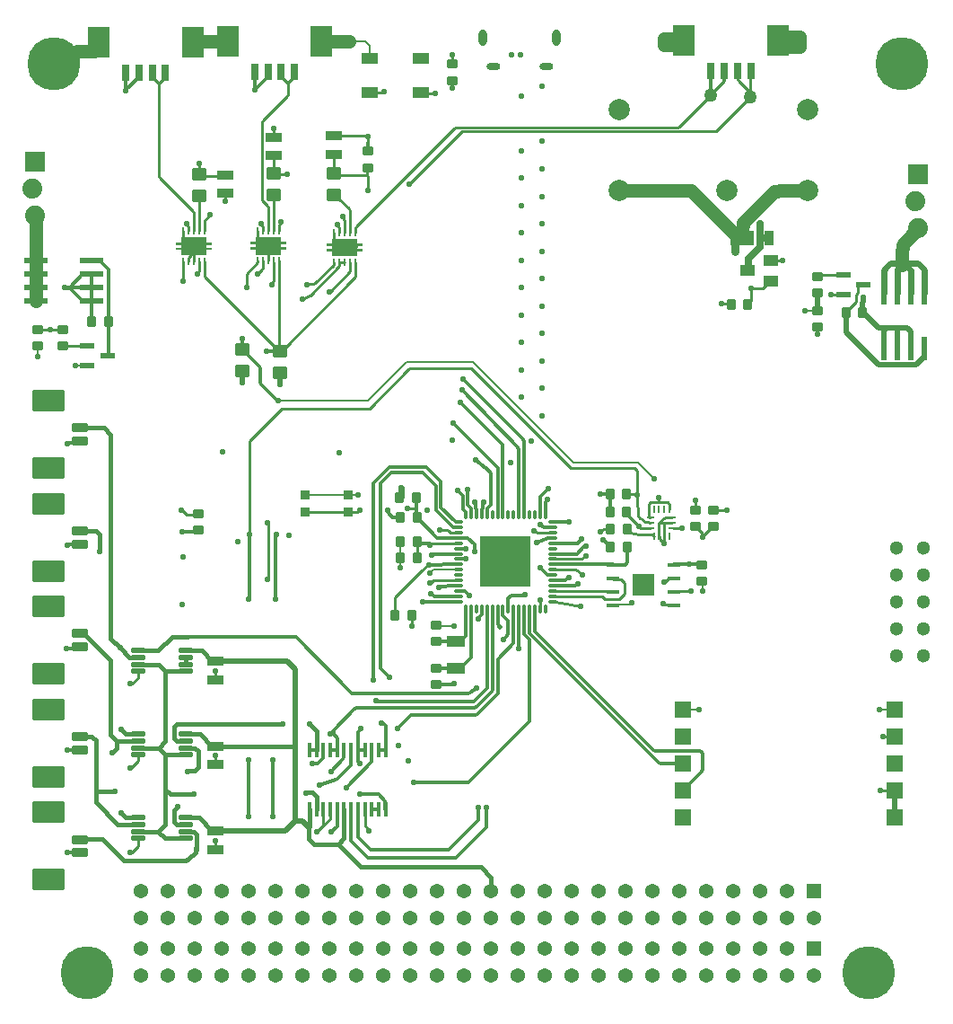
<source format=gtl>
G04*
G04 #@! TF.GenerationSoftware,Altium Limited,Altium Designer,22.6.1 (34)*
G04*
G04 Layer_Physical_Order=1*
G04 Layer_Color=255*
%FSLAX25Y25*%
%MOIN*%
G70*
G04*
G04 #@! TF.SameCoordinates,44BA9B1E-1016-45A4-B772-E771DC22F3FE*
G04*
G04*
G04 #@! TF.FilePolarity,Positive*
G04*
G01*
G75*
%ADD12C,0.01968*%
%ADD15C,0.00800*%
%ADD19C,0.00500*%
%ADD48C,0.05847*%
G04:AMPARAMS|DCode=49|XSize=23.62mil|YSize=9.45mil|CornerRadius=1.98mil|HoleSize=0mil|Usage=FLASHONLY|Rotation=270.000|XOffset=0mil|YOffset=0mil|HoleType=Round|Shape=RoundedRectangle|*
%AMROUNDEDRECTD49*
21,1,0.02362,0.00548,0,0,270.0*
21,1,0.01965,0.00945,0,0,270.0*
1,1,0.00397,-0.00274,-0.00983*
1,1,0.00397,-0.00274,0.00983*
1,1,0.00397,0.00274,0.00983*
1,1,0.00397,0.00274,-0.00983*
%
%ADD49ROUNDEDRECTD49*%
%ADD55C,0.07900*%
%ADD63C,0.01968*%
%ADD65C,0.00945*%
%ADD66C,0.01181*%
%ADD67C,0.01070*%
%ADD68C,0.01575*%
%ADD69C,0.01100*%
%ADD70C,0.05000*%
%ADD71C,0.02362*%
%ADD72R,0.05906X0.03347*%
G04:AMPARAMS|DCode=73|XSize=17.72mil|YSize=53.15mil|CornerRadius=1.95mil|HoleSize=0mil|Usage=FLASHONLY|Rotation=90.000|XOffset=0mil|YOffset=0mil|HoleType=Round|Shape=RoundedRectangle|*
%AMROUNDEDRECTD73*
21,1,0.01772,0.04925,0,0,90.0*
21,1,0.01382,0.05315,0,0,90.0*
1,1,0.00390,0.02463,0.00691*
1,1,0.00390,0.02463,-0.00691*
1,1,0.00390,-0.02463,-0.00691*
1,1,0.00390,-0.02463,0.00691*
%
%ADD73ROUNDEDRECTD73*%
G04:AMPARAMS|DCode=74|XSize=82.68mil|YSize=118.11mil|CornerRadius=4.96mil|HoleSize=0mil|Usage=FLASHONLY|Rotation=270.000|XOffset=0mil|YOffset=0mil|HoleType=Round|Shape=RoundedRectangle|*
%AMROUNDEDRECTD74*
21,1,0.08268,0.10819,0,0,270.0*
21,1,0.07276,0.11811,0,0,270.0*
1,1,0.00992,-0.05409,-0.03638*
1,1,0.00992,-0.05409,0.03638*
1,1,0.00992,0.05409,0.03638*
1,1,0.00992,0.05409,-0.03638*
%
%ADD74ROUNDEDRECTD74*%
G04:AMPARAMS|DCode=75|XSize=31.5mil|YSize=62.99mil|CornerRadius=3.94mil|HoleSize=0mil|Usage=FLASHONLY|Rotation=270.000|XOffset=0mil|YOffset=0mil|HoleType=Round|Shape=RoundedRectangle|*
%AMROUNDEDRECTD75*
21,1,0.03150,0.05512,0,0,270.0*
21,1,0.02362,0.06299,0,0,270.0*
1,1,0.00787,-0.02756,-0.01181*
1,1,0.00787,-0.02756,0.01181*
1,1,0.00787,0.02756,0.01181*
1,1,0.00787,0.02756,-0.01181*
%
%ADD75ROUNDEDRECTD75*%
%ADD76R,0.01400X0.05800*%
%ADD77R,0.05906X0.05906*%
%ADD78R,0.07087X0.03937*%
%ADD79R,0.00984X0.02657*%
%ADD80R,0.02657X0.00984*%
%ADD81R,0.08661X0.05512*%
%ADD82R,0.03543X0.05512*%
%ADD83R,0.05906X0.03937*%
%ADD84R,0.08268X0.08268*%
%ADD85R,0.04724X0.01772*%
%ADD86O,0.01181X0.03347*%
%ADD87O,0.03347X0.01181*%
%ADD88R,0.18898X0.18898*%
%ADD89R,0.08700X0.02400*%
%ADD90R,0.03543X0.03543*%
G04:AMPARAMS|DCode=91|XSize=34.45mil|YSize=37.4mil|CornerRadius=4.31mil|HoleSize=0mil|Usage=FLASHONLY|Rotation=270.000|XOffset=0mil|YOffset=0mil|HoleType=Round|Shape=RoundedRectangle|*
%AMROUNDEDRECTD91*
21,1,0.03445,0.02879,0,0,270.0*
21,1,0.02584,0.03740,0,0,270.0*
1,1,0.00861,-0.01440,-0.01292*
1,1,0.00861,-0.01440,0.01292*
1,1,0.00861,0.01440,0.01292*
1,1,0.00861,0.01440,-0.01292*
%
%ADD91ROUNDEDRECTD91*%
%ADD92R,0.05200X0.02200*%
%ADD93R,0.05512X0.03937*%
G04:AMPARAMS|DCode=94|XSize=45.28mil|YSize=55.12mil|CornerRadius=4.98mil|HoleSize=0mil|Usage=FLASHONLY|Rotation=90.000|XOffset=0mil|YOffset=0mil|HoleType=Round|Shape=RoundedRectangle|*
%AMROUNDEDRECTD94*
21,1,0.04528,0.04516,0,0,90.0*
21,1,0.03532,0.05512,0,0,90.0*
1,1,0.00996,0.02258,0.01766*
1,1,0.00996,0.02258,-0.01766*
1,1,0.00996,-0.02258,-0.01766*
1,1,0.00996,-0.02258,0.01766*
%
%ADD94ROUNDEDRECTD94*%
%ADD95R,0.08268X0.11811*%
%ADD96R,0.03150X0.06299*%
G04:AMPARAMS|DCode=97|XSize=34.45mil|YSize=37.4mil|CornerRadius=4.31mil|HoleSize=0mil|Usage=FLASHONLY|Rotation=0.000|XOffset=0mil|YOffset=0mil|HoleType=Round|Shape=RoundedRectangle|*
%AMROUNDEDRECTD97*
21,1,0.03445,0.02879,0,0,0.0*
21,1,0.02584,0.03740,0,0,0.0*
1,1,0.00861,0.01292,-0.01440*
1,1,0.00861,-0.01292,-0.01440*
1,1,0.00861,-0.01292,0.01440*
1,1,0.00861,0.01292,0.01440*
%
%ADD97ROUNDEDRECTD97*%
%ADD98R,0.02400X0.08700*%
%ADD99C,0.03150*%
%ADD100C,0.02500*%
%ADD101C,0.02000*%
%ADD102R,0.05394X0.05394*%
%ADD103C,0.05394*%
%ADD104C,0.05118*%
%ADD105C,0.07400*%
%ADD106R,0.07400X0.07400*%
%ADD107O,0.03051X0.06102*%
%ADD108O,0.05118X0.02559*%
%ADD109C,0.19685*%
%ADD110C,0.02299*%
%ADD111C,0.02300*%
%ADD112C,0.05000*%
G36*
X724941Y294185D02*
X724902D01*
X724829Y294155D01*
X724774Y294100D01*
X724744Y294027D01*
Y293988D01*
X724744D01*
Y292413D01*
X722972Y292413D01*
X722933D01*
X722861Y292383D01*
X722806Y292328D01*
X722776Y292256D01*
Y292216D01*
Y292216D01*
X722776Y291626D01*
X722776Y291587D01*
X722806Y291514D01*
X722861Y291459D01*
X722933Y291429D01*
X722972Y291429D01*
X722972D01*
X724744Y291429D01*
Y290445D01*
X722972D01*
X722933Y290445D01*
X722861Y290415D01*
X722806Y290359D01*
X722776Y290287D01*
Y290248D01*
X722776D01*
Y289657D01*
Y289618D01*
X722806Y289546D01*
X722861Y289491D01*
X722933Y289461D01*
X722972D01*
X722972D01*
X724744Y289461D01*
X724744Y287886D01*
Y287847D01*
X724774Y287774D01*
X724829Y287719D01*
X724902Y287689D01*
X724941D01*
D01*
X733996D01*
X734035D01*
X734107Y287719D01*
X734163Y287774D01*
X734193Y287847D01*
Y287886D01*
X734193Y287886D01*
Y289461D01*
X735965Y289461D01*
X736004D01*
X736076Y289491D01*
X736131Y289546D01*
X736161Y289618D01*
Y289657D01*
X736161D01*
Y290248D01*
X736161Y290287D01*
X736131Y290359D01*
X736076Y290415D01*
X736004Y290445D01*
X735965Y290445D01*
Y290445D01*
X734193Y290445D01*
Y291429D01*
X735965Y291429D01*
X736004Y291429D01*
X736076Y291459D01*
X736131Y291514D01*
X736161Y291587D01*
X736161Y291626D01*
Y291626D01*
X736161Y292216D01*
Y292256D01*
X736131Y292328D01*
X736076Y292383D01*
X736004Y292413D01*
X735965D01*
Y292413D01*
X734193Y292413D01*
X734193Y293988D01*
Y294027D01*
X734163Y294100D01*
X734107Y294155D01*
X734035Y294185D01*
X733996D01*
X733996Y294185D01*
X724941Y294185D01*
D02*
G37*
G36*
X752472Y294248D02*
X752433D01*
X752361Y294218D01*
X752306Y294163D01*
X752276Y294090D01*
Y294051D01*
X752276D01*
Y292476D01*
X750504Y292476D01*
X750465D01*
X750392Y292446D01*
X750337Y292391D01*
X750307Y292319D01*
Y292280D01*
Y292280D01*
X750307Y291689D01*
X750307Y291650D01*
X750337Y291578D01*
X750392Y291522D01*
X750465Y291492D01*
X750504Y291492D01*
X750504D01*
X752276Y291492D01*
Y290508D01*
X750504D01*
X750465Y290508D01*
X750392Y290478D01*
X750337Y290423D01*
X750307Y290350D01*
Y290311D01*
X750307D01*
Y289721D01*
Y289681D01*
X750337Y289609D01*
X750392Y289554D01*
X750465Y289524D01*
X750504D01*
X750504D01*
X752276Y289524D01*
X752276Y287949D01*
Y287910D01*
X752306Y287837D01*
X752361Y287782D01*
X752433Y287752D01*
X752472D01*
D01*
X761527D01*
X761567D01*
X761639Y287782D01*
X761694Y287837D01*
X761724Y287910D01*
Y287949D01*
X761724Y287949D01*
Y289524D01*
X763496Y289524D01*
X763535D01*
X763608Y289554D01*
X763663Y289609D01*
X763693Y289681D01*
Y289721D01*
X763693D01*
Y290311D01*
X763693Y290350D01*
X763663Y290423D01*
X763608Y290478D01*
X763535Y290508D01*
X763496Y290508D01*
Y290508D01*
X761724Y290508D01*
Y291492D01*
X763496Y291492D01*
X763535Y291492D01*
X763608Y291522D01*
X763663Y291578D01*
X763693Y291650D01*
X763693Y291689D01*
Y291689D01*
X763693Y292280D01*
Y292319D01*
X763663Y292391D01*
X763608Y292446D01*
X763535Y292476D01*
X763496D01*
Y292476D01*
X761724Y292476D01*
X761724Y294051D01*
Y294090D01*
X761694Y294163D01*
X761639Y294218D01*
X761567Y294248D01*
X761527D01*
X761528Y294248D01*
X752472Y294248D01*
D02*
G37*
G36*
X780972Y293748D02*
X780933D01*
X780861Y293718D01*
X780806Y293663D01*
X780776Y293590D01*
Y293551D01*
X780776D01*
Y291976D01*
X779004Y291976D01*
X778965D01*
X778892Y291946D01*
X778837Y291891D01*
X778807Y291819D01*
Y291779D01*
Y291779D01*
X778807Y291189D01*
X778807Y291150D01*
X778837Y291077D01*
X778892Y291022D01*
X778965Y290992D01*
X779004Y290992D01*
X779004D01*
X780776Y290992D01*
Y290008D01*
X779004D01*
X778965Y290008D01*
X778892Y289978D01*
X778837Y289922D01*
X778807Y289850D01*
Y289811D01*
X778807D01*
Y289220D01*
Y289181D01*
X778837Y289109D01*
X778892Y289054D01*
X778965Y289024D01*
X779004D01*
X779004D01*
X780776Y289024D01*
X780776Y287449D01*
Y287410D01*
X780806Y287337D01*
X780861Y287282D01*
X780933Y287252D01*
X780972D01*
D01*
X790028D01*
X790067D01*
X790139Y287282D01*
X790194Y287337D01*
X790224Y287410D01*
Y287449D01*
X790224Y287449D01*
Y289024D01*
X791996Y289024D01*
X792035D01*
X792108Y289054D01*
X792163Y289109D01*
X792193Y289181D01*
Y289220D01*
X792193D01*
Y289811D01*
X792193Y289850D01*
X792163Y289922D01*
X792108Y289978D01*
X792035Y290008D01*
X791996Y290008D01*
Y290008D01*
X790224Y290008D01*
Y290992D01*
X791996Y290992D01*
X792035Y290992D01*
X792108Y291022D01*
X792163Y291077D01*
X792193Y291150D01*
X792193Y291189D01*
Y291189D01*
X792193Y291779D01*
Y291819D01*
X792163Y291891D01*
X792108Y291946D01*
X792035Y291976D01*
X791996D01*
Y291976D01*
X790224Y291976D01*
X790224Y293551D01*
Y293590D01*
X790194Y293663D01*
X790139Y293718D01*
X790067Y293748D01*
X790028D01*
X790028Y293748D01*
X780972Y293748D01*
D02*
G37*
D12*
X767000Y105750D02*
Y134000D01*
Y77500D02*
Y105750D01*
X769737Y77500D02*
X772000Y75237D01*
X767000Y77500D02*
X769737D01*
X763445Y73945D02*
X767000Y77500D01*
X737500Y73945D02*
X763445D01*
X764000Y137000D02*
X767000Y134000D01*
X737500Y137000D02*
X764000D01*
X736221D02*
X737500D01*
X989870Y79000D02*
Y89000D01*
X761469Y239732D02*
Y244063D01*
X747469Y240232D02*
Y244563D01*
X961050Y267434D02*
Y273486D01*
Y267150D02*
Y267434D01*
X961000Y267100D02*
X961050Y267150D01*
Y273486D02*
X961100Y273536D01*
D15*
X887067Y157803D02*
X887087Y157803D01*
X891158Y157933D02*
X891714Y158185D01*
X817688Y170111D02*
X817724Y170144D01*
X918500Y165895D02*
X918269Y166457D01*
X820664Y150027D02*
X820867Y150001D01*
X794031Y233531D02*
X808500Y248000D01*
X760856Y233531D02*
X794031D01*
X808500Y248000D02*
X833000D01*
X870500Y210500D01*
X894500D02*
X900500Y204500D01*
X870500Y210500D02*
X894500D01*
X887040Y157803D02*
X887067D01*
X885078Y157739D02*
X887040Y157803D01*
X887087Y157803D02*
X891158Y157933D01*
X891714Y158185D02*
X891988Y158476D01*
X817133Y169631D02*
X817688Y170111D01*
X817727Y170147D02*
X818453Y170873D01*
X817724Y170144D02*
X817727Y170147D01*
X818453Y170873D02*
X827694D01*
X911130Y119000D02*
X917000D01*
X984000Y119000D02*
X989870D01*
X989870Y119000D01*
X917000D02*
X917000Y119000D01*
X788156Y198500D02*
X790500D01*
X786785Y198476D02*
X788156Y198500D01*
X685524Y246524D02*
X689818D01*
X689842Y246548D01*
X685500Y246500D02*
X685524Y246524D01*
X671242Y253804D02*
X671500Y253546D01*
Y250000D02*
Y253546D01*
X918266Y166461D02*
X918269Y166457D01*
X820867Y150001D02*
X826000Y150000D01*
X819326Y150387D02*
X820664Y150027D01*
X794568Y360625D02*
Y365432D01*
X793000Y367000D02*
X794568Y365432D01*
X787000Y367000D02*
X793000D01*
X961050Y267434D02*
X961300Y268392D01*
X960965Y267109D02*
X961050Y267434D01*
X960950Y267050D02*
X960965Y267109D01*
X960950Y267050D02*
X961000Y267100D01*
X960900Y267000D02*
X960950Y267050D01*
X961100Y273536D02*
X961300Y273336D01*
X956500Y267000D02*
X960900D01*
X918500Y165895D02*
X918500Y163000D01*
X918214Y166512D02*
X918266Y166461D01*
X806000Y175213D02*
X806113Y175326D01*
X806000Y171500D02*
Y175213D01*
X770643Y198476D02*
X786785D01*
X806113Y175326D02*
Y181326D01*
D19*
X749886Y160000D02*
X750000Y160114D01*
D48*
X785500Y290500D02*
D03*
X757000Y291000D02*
D03*
X729468Y290937D02*
D03*
D49*
X789437Y284988D02*
D03*
X787468D02*
D03*
X785500D02*
D03*
X783532D02*
D03*
X781563D02*
D03*
Y296012D02*
D03*
X783532D02*
D03*
X785500D02*
D03*
X787468D02*
D03*
X789437D02*
D03*
X760937Y296512D02*
D03*
X758968D02*
D03*
X757000D02*
D03*
X755031D02*
D03*
X753063D02*
D03*
Y285488D02*
D03*
X755031D02*
D03*
X757000D02*
D03*
X758968D02*
D03*
X760937D02*
D03*
X733405Y296449D02*
D03*
X731437D02*
D03*
X729468D02*
D03*
X727500D02*
D03*
X725531D02*
D03*
Y285425D02*
D03*
X727500D02*
D03*
X729468D02*
D03*
X731437D02*
D03*
X733405D02*
D03*
D55*
X887500Y311500D02*
D03*
X927500D02*
D03*
X957500D02*
D03*
Y341500D02*
D03*
X887500D02*
D03*
D63*
X838718Y167330D02*
D03*
Y171661D02*
D03*
Y175991D02*
D03*
Y180322D02*
D03*
X843048Y167330D02*
D03*
Y171661D02*
D03*
Y175991D02*
D03*
Y180322D02*
D03*
X847379Y167330D02*
D03*
Y171661D02*
D03*
Y175991D02*
D03*
Y180322D02*
D03*
X851710Y167330D02*
D03*
Y171661D02*
D03*
Y175991D02*
D03*
Y180322D02*
D03*
X781760Y290500D02*
D03*
X789240D02*
D03*
X785500Y288236D02*
D03*
Y292764D02*
D03*
X843026Y149713D02*
D03*
X757000Y293264D02*
D03*
Y288736D02*
D03*
X760740Y291000D02*
D03*
X753260D02*
D03*
X729468Y293201D02*
D03*
Y288673D02*
D03*
X733209Y290937D02*
D03*
X725728D02*
D03*
D65*
X809887Y245500D02*
X809225Y245225D01*
X794109Y230500D02*
X794775Y230775D01*
X890307Y199673D02*
X890468Y199000D01*
X897188Y188647D02*
X897768Y188448D01*
X894464Y190920D02*
X894462Y190966D01*
X894464Y190920D02*
X894999Y189997D01*
X895953Y189425D02*
X895900Y189458D01*
X909109Y335000D02*
X909777Y335277D01*
X826891Y335000D02*
X826223Y334723D01*
X789679Y298179D02*
X789405Y297518D01*
X754788Y282422D02*
X755031Y283055D01*
X773799Y276907D02*
X774466Y277182D01*
X781289Y284006D02*
X781563Y284671D01*
X772329Y272510D02*
X772588Y272694D01*
X793831Y331669D02*
X793164Y331945D01*
X755163Y337556D02*
X754886Y336913D01*
X754788Y333148D02*
X754787Y333118D01*
X754886Y308033D02*
X755051Y307502D01*
X755292Y307151D02*
X755630Y306783D01*
X756968Y305240D02*
X756622Y305972D01*
X810334Y153039D02*
X810335Y152987D01*
X756968Y299583D02*
X756968Y299573D01*
X753063Y291573D02*
X753260Y291000D01*
X785500Y300430D02*
X785223Y301098D01*
X764223Y346617D02*
X764500Y347285D01*
X758937Y299583D02*
X758937Y299573D01*
X931343Y353049D02*
X931619Y352381D01*
X935650Y347958D02*
X935375Y348625D01*
X922598Y333500D02*
X923253Y333764D01*
X716507Y316884D02*
X716784Y316216D01*
X729468Y303140D02*
X729193Y303806D01*
X725531Y284950D02*
X725531Y284955D01*
X783242Y308764D02*
X783472Y308434D01*
X787428Y303988D02*
X787085Y304821D01*
X787428Y299188D02*
X787430Y299117D01*
X787430Y298739D02*
X787428Y298668D01*
X787430Y298739D02*
X787430Y299117D01*
X762000Y230500D02*
X794109D01*
X809891Y245500D02*
X832250D01*
X794775Y230775D02*
X809225Y245225D01*
X809887Y245500D02*
X809891Y245500D01*
X750000Y184000D02*
Y218500D01*
X762000Y230500D01*
X832250Y245500D02*
X869250Y208500D01*
X893000D01*
X890468Y199000D02*
X893134D01*
X890468D02*
X890468D01*
X893000Y208500D02*
X893962Y207538D01*
Y198538D02*
Y207538D01*
X890307Y199673D02*
X890307Y199673D01*
X890307Y199673D02*
X890403Y200373D01*
X890100Y199000D02*
X890468D01*
X893134D02*
X893595Y198538D01*
X893962D01*
X894026Y197569D02*
X894462Y190966D01*
X893962Y198538D02*
X894026Y197569D01*
X894999Y189997D02*
X895900Y189458D01*
X895953Y189425D02*
X897188Y188647D01*
X897768Y188448D02*
X899230Y188302D01*
X862733Y174810D02*
X873444D01*
X874633Y176000D01*
X875000D01*
X862779Y162954D02*
X884863D01*
X862733Y162999D02*
X862779Y162954D01*
X884863D02*
X885078Y162739D01*
X909777Y335277D02*
X921500Y347000D01*
X789679Y298179D02*
X826223Y334723D01*
X826891Y335000D02*
X909109Y335000D01*
X839887Y333500D02*
X839891Y333500D01*
X839887Y333500D02*
X839887D01*
X829000D02*
X839887D01*
X809500Y314000D02*
X829000Y333500D01*
X839891Y333500D02*
X922598D01*
X789405Y295949D02*
Y297518D01*
X761370Y252035D02*
X761469D01*
X760976D02*
X761370D01*
X760947Y252065D02*
X760976Y252035D01*
X733405Y279606D02*
X760947Y252065D01*
X733405Y279606D02*
Y285425D01*
X787468Y281469D02*
Y284988D01*
X779944Y273944D02*
X787468Y281469D01*
X761469Y252035D02*
X761961D01*
X789437Y279512D02*
Y284988D01*
X779669Y273944D02*
X779944D01*
X761961Y252035D02*
X789437Y279512D01*
X760937Y298896D02*
X761677Y299636D01*
X760937Y296512D02*
Y298896D01*
X761677Y299636D02*
Y300003D01*
X749000Y275500D02*
Y280716D01*
X753063Y284780D02*
Y285488D01*
X749000Y280716D02*
X753063Y284780D01*
X758937Y277780D02*
Y284925D01*
X760937Y252567D02*
Y285488D01*
X758284Y276760D02*
Y277126D01*
X753163Y280625D02*
X754788Y282422D01*
X758284Y277126D02*
X758937Y277780D01*
X755031Y283055D02*
Y285488D01*
X772588Y272694D02*
X783532Y283638D01*
Y284988D02*
X785500D01*
X781563Y284671D02*
Y284988D01*
X774466Y277182D02*
X781289Y284006D01*
X771647Y276907D02*
X773799D01*
X771388Y276648D02*
X771647Y276907D01*
X760937Y252567D02*
X761469Y252035D01*
X793831Y331669D02*
X794000Y331500D01*
X781500Y331945D02*
X793164D01*
X754788Y333148D02*
X754886Y336913D01*
X754787Y322882D02*
Y333118D01*
Y322882D02*
X754886Y308033D01*
X755163Y337556D02*
X764223Y346617D01*
X755051Y307502D02*
X755292Y307151D01*
X755630Y306783D02*
X756622Y305972D01*
X756968Y305240D02*
X756968D01*
Y299583D02*
Y305240D01*
X984500Y89000D02*
X989870D01*
X989870Y89000D01*
X985500Y109000D02*
X989870D01*
X989870Y109000D01*
X810335Y152987D02*
X810500Y150000D01*
X810334Y153039D02*
Y153806D01*
X810314Y153826D02*
X810334Y153806D01*
X769794Y271287D02*
X772329Y272510D01*
X783532Y283638D02*
Y284988D01*
X782878Y298507D02*
X783532Y297853D01*
Y296012D02*
Y297853D01*
X782878Y298507D02*
Y298873D01*
X727500Y296449D02*
Y298290D01*
X726847Y298944D02*
X727500Y298290D01*
X726847Y298944D02*
Y299310D01*
X741000Y307500D02*
Y311143D01*
X755031Y296512D02*
Y298340D01*
X754349Y299023D02*
Y299389D01*
Y299023D02*
X755031Y298340D01*
X757000Y296512D02*
Y297220D01*
X756968Y299573D02*
X757000Y297220D01*
X753260Y291000D02*
X753260Y291000D01*
X753063Y291573D02*
Y296512D01*
X728531Y288673D02*
X729468D01*
X781563Y290974D02*
X781760Y290777D01*
X781563Y290974D02*
Y296012D01*
X781760Y290500D02*
Y290777D01*
X725728Y290937D02*
Y291214D01*
X725531Y291411D02*
Y296449D01*
Y291411D02*
X725728Y291214D01*
X727500Y286705D02*
X728531Y287735D01*
Y288673D02*
X728531Y288673D01*
X727500Y285425D02*
Y286705D01*
X728531Y287735D02*
Y288673D01*
X729468Y285425D02*
Y288673D01*
X757000Y285488D02*
Y288736D01*
X784688Y301634D02*
X785223Y301098D01*
X785500Y296012D02*
Y300430D01*
X764500Y347285D02*
Y351390D01*
X758937Y299573D02*
X758968Y297220D01*
Y296512D02*
Y297220D01*
X758937Y299583D02*
Y308709D01*
X759000Y310500D01*
X931343Y353049D02*
Y356000D01*
X935650Y346742D02*
Y347958D01*
X931619Y352381D02*
X935375Y348625D01*
X923253Y333764D02*
X936193Y346200D01*
X935650Y346742D02*
X936193Y346200D01*
X923252Y333763D02*
X923253Y333764D01*
X936193Y346200D02*
Y355929D01*
X936264Y356000D01*
X784688Y301634D02*
Y302000D01*
X716784Y316216D02*
X729193Y303806D01*
X716507Y316884D02*
Y351342D01*
X729468Y296449D02*
Y303140D01*
X716507Y351342D02*
X718882Y353716D01*
Y355291D01*
X716335Y351342D02*
X716507D01*
X713961Y353716D02*
X716335Y351342D01*
X713961Y353716D02*
Y355291D01*
X764500Y351705D02*
X766803Y354008D01*
Y355583D01*
X764500Y351390D02*
Y351705D01*
X761882Y354008D02*
X764500Y351390D01*
X761882Y354008D02*
Y355583D01*
X731437Y296449D02*
Y308264D01*
X731439Y310054D01*
X733405Y300406D02*
X735500Y302500D01*
X733405Y296449D02*
Y300406D01*
X725531Y284955D02*
Y285425D01*
X725500Y278000D02*
X725531Y284950D01*
X730784Y280867D02*
X731437Y281520D01*
Y285425D01*
X730784Y280500D02*
Y280867D01*
X781468Y310437D02*
X783242Y308764D01*
X783472Y308434D02*
X787085Y304821D01*
X787428Y299188D02*
Y303988D01*
Y295958D02*
Y298668D01*
D66*
X808122Y114991D02*
X808140Y115009D01*
X834011Y117000D02*
X834846Y117346D01*
X850135Y155204D02*
X850135Y155224D01*
X833511Y119500D02*
X834343Y119843D01*
X839951Y125451D02*
X840292Y126282D01*
X789989Y119500D02*
X789154Y119154D01*
X831476Y125085D02*
X832170Y125310D01*
X784773Y100600D02*
X785090Y101406D01*
X782217Y92913D02*
X782707Y93207D01*
X685840Y218253D02*
X685667Y218241D01*
X845829Y146329D02*
X846173Y147162D01*
X882825Y199000D02*
X883053Y199023D01*
X882819Y199000D02*
X883053Y199023D01*
X801714Y192100D02*
X801580Y192632D01*
X753971Y240420D02*
X754246Y239754D01*
X753971Y245547D02*
X753696Y246209D01*
X749439Y250547D02*
X749624Y250282D01*
X760893Y252065D02*
X761363Y251937D01*
X760703Y252210D02*
X760893Y252065D01*
X837910Y208524D02*
X837799Y208622D01*
X826168Y164926D02*
X826275Y164939D01*
X826611Y172842D02*
X826581Y172842D01*
X826605Y164968D02*
X826280Y164940D01*
X838324Y155211D02*
X838324Y155224D01*
X760195Y233805D02*
X760856Y233531D01*
X759852Y251239D02*
X760976Y251549D01*
X856613Y181000D02*
X856806Y181054D01*
X831841Y161130D02*
X831490Y161593D01*
X831388Y161683D02*
X831487Y161596D01*
X854638Y146732D02*
X854694Y146671D01*
X902025Y99341D02*
X902848Y99000D01*
X900018Y103841D02*
X900841Y103500D01*
X918500Y102405D02*
X918176Y103180D01*
X917400Y103500D01*
X861383Y182684D02*
X860969Y182609D01*
X852104Y218407D02*
X851757Y219243D01*
X850135Y215384D02*
X849799Y216209D01*
X918178Y96048D02*
X918500Y96826D01*
X926078Y351578D02*
X926421Y352411D01*
X754246Y239754D02*
X760195Y233805D01*
X838000Y75296D02*
Y82500D01*
X808140Y115009D02*
X810131Y117000D01*
X805000Y112000D02*
X808122Y114991D01*
X810131Y117000D02*
X834011D01*
X795926Y130074D02*
X796000Y130000D01*
X798676Y134324D02*
X802000Y131000D01*
X798676Y134324D02*
Y202823D01*
X821154Y194047D02*
Y203645D01*
X795926Y130074D02*
Y202823D01*
X802103Y209000D01*
X815799D01*
X821154Y203645D01*
X819352Y193066D02*
Y202036D01*
X798676Y202823D02*
X802853Y207000D01*
X814388D01*
X819352Y202036D01*
X826611Y188590D02*
X827694D01*
X821154Y194047D02*
X826611Y188590D01*
X819352Y193066D02*
X825796Y186621D01*
X827694D01*
X847309Y161370D02*
X852370D01*
X852500Y161500D01*
X846198Y160259D02*
X847309Y161370D01*
X846198Y156306D02*
Y160259D01*
X834846Y117346D02*
X842333Y124833D01*
Y137708D01*
X848166Y143542D01*
Y156306D01*
X831500Y92000D02*
X854000Y114500D01*
X811000Y92000D02*
X831500D01*
X835000Y78000D02*
Y82500D01*
X824000Y67000D02*
X835000Y78000D01*
X826704Y64000D02*
X838000Y75296D01*
X794000Y64000D02*
X826704D01*
X795000Y67000D02*
X824000D01*
X854000Y114500D02*
Y144914D01*
X852104Y146810D02*
Y156306D01*
Y146810D02*
X854000Y144914D01*
X850135Y155224D02*
Y156306D01*
X850000Y141500D02*
X850135Y155204D01*
X799000Y114000D02*
X799303D01*
X799803Y113500D02*
X799908D01*
X800600Y104100D02*
Y112808D01*
X799303Y114000D02*
X799803Y113500D01*
X799908D02*
X800600Y112808D01*
X789989Y119500D02*
X833511D01*
X834343Y119843D02*
X839951Y125451D01*
X840292Y126282D02*
Y156306D01*
X781290Y111290D02*
X789154Y119154D01*
X838324Y155224D02*
Y156306D01*
Y126949D02*
Y155224D01*
X790300Y110497D02*
X791500Y111697D01*
X790300Y104100D02*
Y110497D01*
X791500Y111697D02*
Y112000D01*
X797000Y122240D02*
X797240Y122000D01*
X833375D01*
X838324Y126949D01*
X832170Y125310D02*
X834500Y127000D01*
X788188Y125085D02*
X831476D01*
X780000Y110000D02*
X781290Y111290D01*
Y109786D02*
Y111290D01*
Y109786D02*
X782700Y108376D01*
X780000Y110000D02*
X780214Y109786D01*
X781290D01*
X782700Y104100D02*
Y108376D01*
X790300Y99700D02*
X791000Y99000D01*
X790300Y99700D02*
Y104100D01*
X727000Y146000D02*
X767273D01*
X788188Y125085D01*
X749886Y79310D02*
Y100218D01*
X758746Y79310D02*
Y100123D01*
X780500Y96000D02*
X784773Y100600D01*
X785090Y101406D02*
X785090Y101406D01*
Y103991D01*
X776000Y91000D02*
X782217Y92913D01*
X782707Y93207D02*
X787800Y98300D01*
X790300Y71700D02*
X795000Y67000D01*
X790300Y71700D02*
Y81900D01*
X787800Y70200D02*
X794000Y64000D01*
X787800Y70200D02*
Y81900D01*
X780500Y73500D02*
X782700Y75700D01*
Y81900D01*
X791000Y87500D02*
X797949D01*
X800490Y84958D01*
Y82010D02*
X800600Y81900D01*
X800490Y82010D02*
Y84958D01*
X786000Y90000D02*
X795500Y99500D01*
Y104100D01*
X787800Y98300D02*
Y104100D01*
X785090Y103991D02*
X785200Y104100D01*
X773500Y99000D02*
X775449D01*
X777390Y100942D01*
Y103991D01*
X777500Y104100D01*
X772400D02*
X775000D01*
X780100D02*
X782700D01*
X790300D02*
X792900D01*
X798000D02*
X800600D01*
X797972Y82010D02*
X798000Y82038D01*
X795500Y81900D02*
X795610Y82010D01*
X798000Y81900D02*
Y82038D01*
X795610Y82010D02*
X797972D01*
X682328Y217747D02*
X685667Y218241D01*
X686663Y218253D02*
X686949Y218539D01*
X685840Y218253D02*
X686663D01*
X846173Y147162D02*
Y152036D01*
X883053Y199000D02*
X883900D01*
X883053Y199023D02*
Y199023D01*
X882825Y199000D02*
X883900D01*
X890500Y173500D02*
Y179116D01*
X890314Y179302D02*
X890500Y179116D01*
X889739Y172739D02*
X890500Y173500D01*
X885078Y172739D02*
X889739D01*
X884000Y192302D02*
Y199309D01*
X880500Y199000D02*
X882819D01*
X871908Y180716D02*
X873350Y182158D01*
X871751Y176779D02*
X874185Y179213D01*
X873350Y182158D02*
X873405D01*
X874713Y179213D02*
X875000Y179500D01*
X874185Y179213D02*
X874713D01*
X827694Y182684D02*
X831139D01*
X819808D02*
X827694D01*
X812314Y190178D02*
X819808Y182684D01*
X801714Y191786D02*
Y192093D01*
X801714Y192100D02*
X801714Y192093D01*
X812195Y193200D02*
Y197370D01*
X801500Y192786D02*
X801580Y192632D01*
X801714Y191786D02*
X803174Y190326D01*
X806113D01*
X904936Y166514D02*
X906161Y167739D01*
X904014Y166300D02*
X904228Y166514D01*
X906161Y167739D02*
X907637D01*
X904228Y166514D02*
X904936D01*
X913643Y172857D02*
X918070D01*
X918214Y172713D01*
X913500Y173000D02*
X913643Y172857D01*
X907768Y172870D02*
X913370D01*
X907637Y172739D02*
X907768Y172870D01*
X913370D02*
X913500Y173000D01*
X884976Y172842D02*
X885078Y172739D01*
X862733Y172842D02*
X884976D01*
X867804Y176779D02*
X871751D01*
X867804Y176779D02*
X867804Y176779D01*
X862733Y176779D02*
X867804D01*
X871937Y165740D02*
X872000D01*
X871165Y164968D02*
X871937Y165740D01*
X862733Y164968D02*
X871165D01*
X882981Y180582D02*
X884113Y179302D01*
X881449Y182083D02*
X882981Y180582D01*
X753971Y240420D02*
Y245543D01*
X753971Y245547D02*
X753971Y245543D01*
X747469Y252437D02*
X749439Y250547D01*
X749439Y250547D01*
X756547Y252065D02*
X760893D01*
X760947D01*
X761370Y252035D02*
X761469Y251937D01*
X761363D02*
X761469D01*
X747469Y252535D02*
Y256768D01*
Y252437D02*
Y252535D01*
X868429Y168105D02*
X868732D01*
X867260Y166936D02*
X868429Y168105D01*
X862733Y166936D02*
X867260D01*
X834065Y211509D02*
X837798Y208623D01*
X831081Y194865D02*
Y200699D01*
X831081Y200700D02*
X831081Y200699D01*
X836355Y193244D02*
X836707Y193595D01*
Y195786D02*
X836921Y196000D01*
X836355Y191346D02*
Y193244D01*
X836707Y193595D02*
Y195786D01*
X829546Y193332D02*
Y198189D01*
X830450Y192000D02*
Y192428D01*
X834387Y191346D02*
Y193244D01*
X827644Y200091D02*
X829546Y198189D01*
X834036Y193595D02*
X834387Y193244D01*
X834036Y193595D02*
Y195786D01*
X833822Y196000D02*
X834036Y195786D01*
X837910Y208524D02*
X837910Y208524D01*
X838324Y191346D02*
Y193528D01*
X832419Y191346D02*
Y193528D01*
X837798Y208623D02*
X837799Y208622D01*
X838324Y193528D02*
X839661Y194865D01*
X831081D02*
X832419Y193528D01*
X839661Y194865D02*
Y206773D01*
X829546Y193332D02*
X830450Y192428D01*
X837910Y208524D02*
X839661Y206773D01*
X842261Y191346D02*
Y208491D01*
X827432Y200302D02*
X827644Y200091D01*
X820509Y164252D02*
Y164478D01*
X826168Y164926D01*
X826275Y164939D02*
X826280Y164940D01*
X816634Y172690D02*
X826581Y172842D01*
X842261Y150721D02*
X843026Y149956D01*
X842261Y150721D02*
Y156306D01*
X843026Y149713D02*
Y149956D01*
X844500Y145000D02*
X845829Y146329D01*
X844230Y153979D02*
X846173Y152036D01*
X844230Y153979D02*
Y156306D01*
X835159Y153077D02*
X836355Y154274D01*
X832419Y138383D02*
Y156306D01*
X828401Y134365D02*
X832419Y138383D01*
X835159Y152775D02*
Y153077D01*
X749624Y250282D02*
X753696Y246209D01*
X761340Y252065D02*
X761370Y252035D01*
X760947Y252065D02*
X761340D01*
X860969Y182609D02*
X860970Y182609D01*
X856806Y181054D02*
X860969Y182609D01*
X759886Y160000D02*
Y183886D01*
X760000Y184000D01*
X812314Y181326D02*
X812924Y180716D01*
X817033D01*
X831487Y161596D02*
X831490Y161593D01*
X830072Y162999D02*
X831388Y161683D01*
X817803Y162000D02*
X818772Y161031D01*
X827694D01*
X826611Y164968D02*
X827694D01*
X826605Y164968D02*
X826611Y164968D01*
X827694Y162999D02*
X830072D01*
X826611Y172842D02*
X827694D01*
X812195Y190298D02*
Y193200D01*
Y190298D02*
X812314Y190178D01*
X812075Y197489D02*
X812195Y197370D01*
X812314Y190178D02*
Y190326D01*
X833601Y177703D02*
Y180222D01*
X831139Y182684D02*
X833601Y180222D01*
Y177703D02*
X833815Y177489D01*
X818116Y176126D02*
X818769Y176779D01*
X827694D01*
Y178747D02*
X830382D01*
X817813Y176126D02*
X818116D01*
X827694Y174810D02*
X828777D01*
X830382Y174810D01*
X836355Y154274D02*
Y156306D01*
X830450Y146257D02*
Y156306D01*
X828401Y144208D02*
X830450Y146257D01*
X854072Y147298D02*
X854638Y146732D01*
X854072Y147298D02*
Y156306D01*
X902848Y99000D02*
X911130D01*
X854694Y146671D02*
X902025Y99341D01*
X856050Y147809D02*
X900018Y103841D01*
X856041Y151521D02*
X856050Y151511D01*
X900841Y103500D02*
X917400D01*
X918500Y96826D02*
Y102405D01*
X856050Y147809D02*
Y151511D01*
X856041Y151521D02*
Y156306D01*
X857993Y171747D02*
X860835Y168905D01*
X862733D01*
X857993Y171747D02*
Y171756D01*
X861383Y182684D02*
X861384Y182684D01*
X862733Y182684D01*
X859289Y186621D02*
X862733D01*
X858187Y187723D02*
X859289Y186621D01*
X858028Y187723D02*
X858187D01*
X862733Y182684D02*
X863816Y182684D01*
X862733Y188590D02*
X868734D01*
X859978Y195799D02*
X860850Y196672D01*
X859978Y191346D02*
Y195799D01*
X860850Y196672D02*
Y196975D01*
X858009Y191346D02*
Y198009D01*
X861000Y201000D01*
X825572Y225180D02*
X842261Y208491D01*
X828527Y232987D02*
X844230Y217285D01*
X828347Y232987D02*
X828527D01*
X844230Y191346D02*
Y217285D01*
X852104Y218407D02*
X852104Y218407D01*
X850135Y215384D02*
X850135Y215384D01*
X794000Y326203D02*
Y329206D01*
X725428Y185090D02*
X730782D01*
X731173Y185482D01*
X725214Y184876D02*
X725428Y185090D01*
X729893Y186613D02*
X731173Y185482D01*
X725214Y184876D02*
X725214D01*
X826826Y134365D02*
X828401D01*
X826804Y134387D02*
X826826Y134365D01*
X819326Y134387D02*
X826804D01*
X819483Y128343D02*
X825843D01*
X819326Y128186D02*
X819483Y128343D01*
X825843D02*
X826000Y128500D01*
X682664Y180203D02*
X686785D01*
X686949Y180367D01*
X682500Y180039D02*
X682664Y180203D01*
X682107Y141607D02*
X686842D01*
X686949Y141715D01*
X682000Y141500D02*
X682107Y141607D01*
X911130Y89000D02*
X918178Y96048D01*
X852104Y191346D02*
Y218407D01*
X829500Y241500D02*
X851757Y219243D01*
X850135Y191346D02*
Y215384D01*
X829000Y237500D02*
X849799Y216209D01*
X682500Y65851D02*
X687982D01*
X682500Y103851D02*
X687982D01*
X819326Y144186D02*
X826804D01*
X826826Y144208D01*
X828401D01*
X750000Y160114D02*
Y184000D01*
X814500Y159000D02*
X818012Y159062D01*
X827694D01*
X817500Y162000D02*
X817803D01*
X926421Y352411D02*
Y356000D01*
X921500Y347000D02*
X926078Y351578D01*
X691400Y263000D02*
Y280400D01*
X691300Y280500D02*
X691400Y280400D01*
X683364Y275286D02*
X688150Y270500D01*
X681500Y275500D02*
X681714Y275286D01*
X688150Y270500D02*
X691300D01*
X681714Y275286D02*
X683364D01*
X681714Y275714D02*
X683364D01*
X688150Y280500D02*
X691300D01*
X683364Y275714D02*
X688150Y280500D01*
X681500Y275500D02*
X681714Y275714D01*
X681500Y275500D02*
X691300D01*
X697600Y250656D02*
Y263000D01*
X697242Y250298D02*
X697600Y250656D01*
X694450Y285500D02*
X697600Y282350D01*
Y263000D02*
Y282350D01*
X691300Y285500D02*
X694450D01*
X862733Y180716D02*
X871908D01*
X921500Y347000D02*
Y356000D01*
X752000Y349047D02*
Y349500D01*
Y349000D02*
Y349047D01*
X756961Y354008D02*
Y355583D01*
X752000Y349047D02*
X756961Y354008D01*
X752000Y349500D02*
X752039Y349539D01*
Y355583D01*
X704118Y348795D02*
X709039Y353716D01*
X704118Y348795D02*
Y355291D01*
X704000Y348677D02*
X704118Y348795D01*
Y348618D02*
Y348795D01*
X709039Y353716D02*
Y355291D01*
X704000Y348500D02*
Y348677D01*
Y348500D02*
X704118Y348618D01*
X709000Y355252D02*
X709039Y355291D01*
D67*
X824021Y185312D02*
X823268Y185626D01*
X790827Y192737D02*
X790360Y192464D01*
X865411Y158644D02*
X865616Y158599D01*
X880952Y185453D02*
X880982Y185482D01*
X816629Y172690D02*
X815928Y172407D01*
X814052Y170674D02*
X814028Y170651D01*
X904670Y190271D02*
X903916Y189960D01*
X902540Y188584D02*
X902229Y187830D01*
X881745Y185802D02*
X880989Y185489D01*
X904170Y181218D02*
X904198Y181457D01*
X820731Y185637D02*
X823268Y185626D01*
X824021Y185312D02*
X824680Y184653D01*
X824021Y185312D02*
X824021D01*
X824680Y184653D02*
X827694D01*
X775000Y73500D02*
X777500Y76000D01*
X779935Y78435D01*
X777500Y76000D02*
Y81900D01*
X779935Y81735D02*
X780100Y81900D01*
X779935Y78435D02*
Y81735D01*
X794500Y74000D02*
Y74333D01*
X792900Y75933D02*
Y81900D01*
Y75933D02*
X794500Y74333D01*
X737500Y98555D02*
Y101822D01*
Y67055D02*
Y70322D01*
Y130110D02*
Y133377D01*
X706500Y128500D02*
X708740Y130740D01*
Y133161D01*
Y68240D02*
Y71161D01*
Y99958D02*
Y102161D01*
X705859Y97077D02*
X708740Y99958D01*
X706500Y66000D02*
X708740Y68240D01*
X943877Y285500D02*
X947988D01*
X943839Y285539D02*
X943877Y285500D01*
X811638Y193756D02*
X812195Y193200D01*
X786785Y192176D02*
X790073D01*
X808710Y193756D02*
X811638D01*
X790827Y192737D02*
X791000Y192786D01*
X790073Y192176D02*
X790360Y192464D01*
X903949Y158067D02*
X907310D01*
X907637Y157739D01*
X903714Y158302D02*
X903949Y158067D01*
X862733Y159062D02*
X863816D01*
X865616Y158599D02*
X873000Y157300D01*
X863816Y159062D02*
X865411Y158644D01*
X880982Y185482D02*
X880989Y185489D01*
X880490Y185030D02*
X880952Y185453D01*
X818269Y166936D02*
X827694D01*
X817333Y166000D02*
X818269Y166936D01*
X817000Y166000D02*
X817333D01*
X802926Y155161D02*
X804113Y153826D01*
X816629Y172690D02*
X816634Y172690D01*
X814052Y170674D02*
X815928Y172407D01*
X814025Y170648D02*
X814028Y170651D01*
X804113Y160737D02*
X814025Y170648D01*
X680719Y260128D02*
X680842Y260251D01*
X680495Y259904D02*
X680719Y260128D01*
X671242Y260251D02*
X671588Y259904D01*
X858004Y156311D02*
Y159495D01*
Y156311D02*
X858009Y156306D01*
X858000Y159500D02*
X858004Y159495D01*
X856899Y184653D02*
X862733D01*
X855832Y185387D02*
X856165D01*
X856899Y184653D01*
X904198Y188198D02*
X904302Y188302D01*
X904198Y183334D02*
Y188198D01*
X902229Y183334D02*
Y187830D01*
X898446Y190313D02*
Y195147D01*
X918500Y183203D02*
X922176Y186879D01*
X794000Y329206D02*
Y331500D01*
X781500Y317358D02*
Y325055D01*
X781468Y317327D02*
X793673D01*
Y319676D01*
X794000Y320003D01*
X759110Y317500D02*
Y323417D01*
X759000Y324555D02*
X759110Y323417D01*
X992500Y284000D02*
X993000Y284500D01*
X726735Y191338D02*
X730828D01*
X731173Y191682D01*
X724814Y192926D02*
X725147D01*
X726735Y191338D01*
X729838Y192870D02*
X731173Y191682D01*
X759000Y330857D02*
Y334500D01*
X813859Y348027D02*
X816277Y347500D01*
X819000D01*
X825500Y349551D02*
Y352278D01*
X918500Y183000D02*
Y183203D01*
X922176Y186879D02*
X922324D01*
X918265Y183235D02*
X918500Y183000D01*
X915664Y186862D02*
X915811D01*
X918265Y184409D01*
Y183235D02*
Y184409D01*
X915664Y193063D02*
Y196735D01*
X902230Y195922D02*
X905238D01*
X899221D02*
X902230D01*
Y197271D01*
X902000Y197500D02*
X902230Y197271D01*
X770643Y192176D02*
X786785D01*
X904670Y190271D02*
X907198D01*
X903916Y189960D02*
X903916Y189960D01*
X902540Y188584D02*
X903916Y189960D01*
X902229Y187830D02*
X902701Y188302D01*
X881745Y185802D02*
X884113D01*
X904198Y181457D02*
Y183334D01*
X904169Y181215D02*
X904170Y181218D01*
X740912Y316945D02*
X741000Y316857D01*
X731500Y316945D02*
X740912D01*
X731500D02*
Y321500D01*
X794000Y311680D02*
Y317000D01*
X793673Y317327D02*
X794000Y317000D01*
X781468Y317327D02*
X781500Y317358D01*
X759110Y317500D02*
X764000D01*
X904000Y180500D02*
X904169Y181215D01*
X902272Y182228D02*
Y183291D01*
X904000Y180500D02*
Y180500D01*
X902229Y183334D02*
X902272Y183291D01*
Y182228D02*
X904000Y180500D01*
X961000Y258173D02*
Y260900D01*
X1000403Y282597D02*
Y282597D01*
X998809Y284191D02*
X998809D01*
X825393Y358585D02*
Y361945D01*
Y358585D02*
X825500Y358478D01*
X825286Y362052D02*
X825393Y361945D01*
X927720Y269562D02*
X928907Y269388D01*
X925294Y269562D02*
X927720D01*
X966000Y273000D02*
X966057Y272943D01*
X970593D02*
X970650Y272887D01*
X966057Y272943D02*
X970593D01*
X976550Y276637D02*
X978050D01*
X975985Y276072D02*
X976550Y276637D01*
X975985Y273458D02*
Y276072D01*
X975529Y273002D02*
X975985Y273458D01*
X975529Y270389D02*
Y273002D01*
X971613Y266474D02*
X975529Y270389D01*
X971613Y266326D02*
Y266474D01*
X904302Y188302D02*
X907198D01*
X902701D02*
X904302D01*
X906124Y193314D02*
X906166Y193271D01*
X906124Y193314D02*
Y195036D01*
X905238Y195922D02*
X906124Y195036D01*
X898446Y195147D02*
X899221Y195922D01*
X898446Y190313D02*
X898489Y190271D01*
X899230D01*
X804113Y153826D02*
Y160737D01*
X681086Y254048D02*
X689842D01*
X680842Y253804D02*
X681086Y254048D01*
X961100Y279737D02*
X961750Y280387D01*
X970650D01*
X936258Y275388D02*
X940754D01*
X943425Y278058D01*
X676042Y259904D02*
X680495D01*
X671588D02*
X676042D01*
D68*
X730035Y66035D02*
X730492Y67144D01*
X726411Y63063D02*
X727522Y63522D01*
X722028Y108415D02*
Y112577D01*
X722950Y113500D01*
X772500D02*
X775000Y111000D01*
Y104100D02*
Y111000D01*
X722950Y113500D02*
X762500D01*
X730492Y67144D02*
Y72585D01*
X727522Y63522D02*
X730035Y66035D01*
X703437Y63063D02*
X726411D01*
X730492Y67144D02*
Y67144D01*
X730492Y67144D01*
X693000Y88549D02*
Y107500D01*
Y84500D02*
Y88549D01*
X699951D02*
X700000Y88500D01*
X693000Y88549D02*
X699951D01*
X699000Y103000D02*
X700721Y104720D01*
Y107280D01*
X702022Y141900D02*
X705545Y138378D01*
X698500Y145422D02*
X702022Y141900D01*
X721386Y146000D02*
X727000D01*
X716224Y140839D02*
X721386Y146000D01*
X708740Y140839D02*
X716224D01*
X722028Y77415D02*
X723064Y76378D01*
X726161D02*
X726260Y76279D01*
X723064Y76378D02*
X726161D01*
X722028Y77415D02*
Y81528D01*
X723500Y83000D01*
X704161Y78839D02*
X708740D01*
X702500Y80500D02*
X704161Y78839D01*
Y109839D02*
X708740D01*
X702500Y111500D02*
X704161Y109839D01*
X726161Y107378D02*
X726260Y107280D01*
X723064Y107378D02*
X726161D01*
X722028Y108415D02*
X723064Y107378D01*
X726260Y138181D02*
X726358D01*
X726260Y135721D02*
Y138181D01*
Y138279D02*
X726358Y138181D01*
X729878Y104622D02*
X731000Y103500D01*
X726260Y104720D02*
X726358Y104622D01*
X729878D01*
X731000Y97561D02*
Y103500D01*
X729577Y96139D02*
X731000Y97561D01*
X727139Y96139D02*
X729577D01*
X727000Y96000D02*
X727139Y96139D01*
X694500Y177500D02*
Y184000D01*
X693211Y185289D02*
X694500Y184000D01*
X686949Y185289D02*
X693211D01*
X686988Y223500D02*
X696000D01*
X686949Y223461D02*
X686988Y223500D01*
X698500Y145422D02*
Y221000D01*
X696000Y223500D02*
X698500Y221000D01*
X708642Y138378D02*
X708740Y138279D01*
X705545Y138378D02*
X708642D01*
X698500Y109500D02*
X700721Y107280D01*
X708740D01*
X690295Y145345D02*
X690520D01*
X698500Y137365D01*
Y109500D02*
Y137365D01*
X686949Y147117D02*
X688524D01*
X690295Y145345D01*
X691555Y108945D02*
X693000Y107500D01*
X686949Y108945D02*
X691555D01*
X693000Y84500D02*
X701221Y76279D01*
X708740D01*
X687176Y71000D02*
X695500D01*
X686949Y70772D02*
X687176Y71000D01*
X695500D02*
X703437Y63063D01*
X726260Y73721D02*
X726358Y73622D01*
X729456D01*
X730492Y72585D01*
X773361Y88139D02*
X775000Y86500D01*
X718829Y89245D02*
X720574Y87500D01*
X729500D01*
X770900Y88000D02*
X771039Y88139D01*
X773361D01*
X766695Y105445D02*
X767000Y105750D01*
X737500Y105445D02*
X766695D01*
X839886Y51547D02*
Y56614D01*
X836000Y60500D02*
X839886Y56614D01*
X791500Y60500D02*
X836000D01*
X783000Y69000D02*
X791500Y60500D01*
X772000Y71000D02*
Y75237D01*
X772400Y75637D02*
Y81900D01*
X772000Y75237D02*
X772400Y75637D01*
X772000Y71000D02*
X774000Y69000D01*
X783000D01*
X785200Y71200D02*
Y81900D01*
X783000Y69000D02*
X785200Y71200D01*
X718829Y89245D02*
Y102161D01*
Y76329D02*
Y89245D01*
X775000Y81900D02*
Y86500D01*
X716270Y104720D02*
X718829Y107280D01*
Y133161D01*
X716221Y73721D02*
X718829Y76329D01*
X716270Y135721D02*
X718829Y133161D01*
X708740Y135721D02*
X716270D01*
X718829Y133161D02*
X726260D01*
X708740Y104720D02*
X716270D01*
X718829Y102161D01*
X726260D01*
X716221Y73721D02*
X718780Y71161D01*
X726260D01*
X708740Y73721D02*
X716221D01*
X731327Y78839D02*
X736221Y73945D01*
X726260Y78839D02*
X731327D01*
X736221Y73945D02*
X737500D01*
X726260Y109839D02*
X731827D01*
X736221Y105445D01*
X737500D01*
X732382Y140839D02*
X736221Y137000D01*
X726260Y140839D02*
X732382D01*
D69*
X871679Y170651D02*
X871017Y170873D01*
X894781Y184061D02*
X894919Y184052D01*
X894514Y187141D02*
X895321Y186334D01*
X871679Y170651D02*
X873866Y169000D01*
X862733Y170873D02*
X871017D01*
X817033Y180716D02*
X827694D01*
X907768Y162870D02*
X913870D01*
X907637Y162739D02*
X907768Y162870D01*
X913870D02*
X914000Y163000D01*
X882086Y160000D02*
X887478D01*
X862733Y161031D02*
X881055D01*
X882086Y160000D01*
X885414Y167403D02*
X888097D01*
X885078Y167739D02*
X885414Y167403D01*
X888097D02*
X889500Y166000D01*
Y162022D02*
Y166000D01*
X887478Y160000D02*
X889500Y162022D01*
X890200Y191454D02*
X892194Y189460D01*
X894564Y187092D01*
X812314Y175326D02*
Y181326D01*
X764714Y183742D02*
X764817Y183639D01*
X817033Y180121D02*
Y180716D01*
Y180121D02*
X817167Y179987D01*
X799915Y348027D02*
X800214Y348326D01*
X794568Y348027D02*
X799915D01*
X922324Y193079D02*
X923644Y193081D01*
X927267D01*
X891487Y184482D02*
X894781Y184061D01*
X890314Y185802D02*
X891487Y184482D01*
X894919Y184052D02*
X899543D01*
X900261Y183334D01*
X907296Y186334D02*
X910682D01*
X890200Y191454D02*
Y192302D01*
X895321Y186334D02*
X899230D01*
X756714Y167326D02*
X756943Y167555D01*
X756714Y188326D02*
X756943Y188097D01*
Y167555D02*
Y188097D01*
X935108Y269388D02*
X936258Y270537D01*
Y275388D01*
D70*
X934623Y301069D02*
X934003Y300312D01*
X933543Y299449D01*
X933259Y298513D01*
X933163Y297539D01*
X947124Y311500D02*
X946151Y311404D01*
X945214Y311121D01*
X944351Y310660D01*
X943594Y310041D01*
X993964Y292965D02*
X993343Y292207D01*
X992881Y291342D01*
X992596Y290404D01*
X992500Y289429D01*
Y284000D02*
Y289429D01*
X933163Y294098D02*
Y297539D01*
X947937Y368500D02*
X954500D01*
X947937Y364970D02*
X954500D01*
X904000Y368000D02*
X909827D01*
X904000Y365500D02*
X909827D01*
X670615Y270585D02*
Y302285D01*
Y270585D02*
X670700Y270500D01*
X670530Y302370D02*
X670615Y302285D01*
X943594Y310041D02*
X943594Y310041D01*
X934623Y301069D02*
X943594Y310041D01*
X914187Y311500D02*
X931589Y294098D01*
X887500Y311500D02*
X914187D01*
X931589Y294098D02*
X933163D01*
X947124Y311500D02*
X957500D01*
X993964Y292965D02*
X998500Y297500D01*
X946303Y366604D02*
X947937Y364970D01*
X946303Y366604D02*
Y367417D01*
X954500Y364970D02*
Y368500D01*
X946303Y367417D02*
X947937Y368500D01*
X909827Y365500D02*
X911461Y367134D01*
Y367417D01*
X904000Y365500D02*
Y368000D01*
X909827D02*
X911461Y367417D01*
X735461Y366854D02*
X741854D01*
X729067D02*
X735461D01*
X776842Y367000D02*
X787000D01*
X692445Y363303D02*
X694079Y364937D01*
X681378Y358575D02*
X686106Y363303D01*
X694079Y364937D02*
Y366709D01*
X686106Y363303D02*
X692445D01*
X677404Y358575D02*
X681378D01*
X741854Y366854D02*
X742000Y367000D01*
X728921Y366709D02*
X729067Y366854D01*
D71*
X988443Y284500D02*
X987689Y284189D01*
X986023Y282523D02*
X985714Y281775D01*
X990714Y273626D02*
Y282214D01*
X988443Y284500D02*
X998057D01*
X990714Y282214D02*
X992500Y284000D01*
X806258Y197873D02*
Y201124D01*
X805874Y197489D02*
X806258Y197873D01*
X986023Y282523D02*
X987689Y284189D01*
X998164Y284456D02*
X998809Y284191D01*
X985714Y273626D02*
Y281775D01*
X1000403Y282597D02*
X1000714Y281843D01*
Y273626D02*
Y281843D01*
X998809Y284191D02*
X1000403Y282597D01*
X993000Y284500D02*
X995714Y281786D01*
Y273626D02*
Y281786D01*
D72*
X737500Y67055D02*
D03*
Y73945D02*
D03*
Y105445D02*
D03*
Y98555D02*
D03*
X781500Y331945D02*
D03*
Y325055D02*
D03*
X737500Y137000D02*
D03*
Y130110D02*
D03*
X741000Y317445D02*
D03*
Y310555D02*
D03*
X759000Y331445D02*
D03*
Y324555D02*
D03*
D73*
X726260Y133161D02*
D03*
Y135721D02*
D03*
Y138279D02*
D03*
X708740Y133161D02*
D03*
Y135721D02*
D03*
Y138279D02*
D03*
Y140839D02*
D03*
X726260D02*
D03*
Y71161D02*
D03*
Y73721D02*
D03*
Y76279D02*
D03*
X708740Y71161D02*
D03*
Y73721D02*
D03*
Y76279D02*
D03*
Y78839D02*
D03*
X726260D02*
D03*
Y109839D02*
D03*
X708740D02*
D03*
Y107280D02*
D03*
Y104720D02*
D03*
Y102161D02*
D03*
X726260Y107280D02*
D03*
Y104720D02*
D03*
Y102161D02*
D03*
D74*
X675531Y208500D02*
D03*
Y233500D02*
D03*
Y195328D02*
D03*
Y170328D02*
D03*
Y132156D02*
D03*
Y157156D02*
D03*
Y55812D02*
D03*
Y80812D02*
D03*
Y93984D02*
D03*
Y118984D02*
D03*
D75*
X686949Y218539D02*
D03*
Y223461D02*
D03*
Y185289D02*
D03*
Y180367D02*
D03*
Y142195D02*
D03*
Y147117D02*
D03*
Y65851D02*
D03*
Y70772D02*
D03*
Y104023D02*
D03*
Y108945D02*
D03*
D76*
X772400Y81900D02*
D03*
X775000D02*
D03*
X777500D02*
D03*
X780100D02*
D03*
X782700D02*
D03*
X785200D02*
D03*
X787800D02*
D03*
X790300D02*
D03*
X792900D02*
D03*
X795500D02*
D03*
X798000D02*
D03*
X800600D02*
D03*
Y104100D02*
D03*
X798000D02*
D03*
X795500D02*
D03*
X792900D02*
D03*
X790300D02*
D03*
X787800D02*
D03*
X785200D02*
D03*
X782700D02*
D03*
X780100D02*
D03*
X777500D02*
D03*
X775000D02*
D03*
X772400D02*
D03*
D77*
X911130Y79000D02*
D03*
Y89000D02*
D03*
Y99000D02*
D03*
Y109000D02*
D03*
Y119000D02*
D03*
X989870D02*
D03*
Y109000D02*
D03*
Y99000D02*
D03*
Y89000D02*
D03*
Y79000D02*
D03*
D78*
X826826Y144208D02*
D03*
Y134365D02*
D03*
D79*
X900261Y183334D02*
D03*
X902229D02*
D03*
X904198D02*
D03*
X906166D02*
D03*
Y193271D02*
D03*
X904198D02*
D03*
X902229D02*
D03*
X900261D02*
D03*
D80*
X907198Y186334D02*
D03*
Y188302D02*
D03*
Y190271D02*
D03*
X899230D02*
D03*
Y188302D02*
D03*
Y186334D02*
D03*
D81*
X933163Y294098D02*
D03*
D82*
X943203D02*
D03*
D83*
X813859Y348027D02*
D03*
Y360625D02*
D03*
X794568Y348027D02*
D03*
Y360625D02*
D03*
D84*
X896358Y165239D02*
D03*
D85*
X907637Y172739D02*
D03*
Y167739D02*
D03*
Y162739D02*
D03*
Y157739D02*
D03*
X885078D02*
D03*
Y162739D02*
D03*
Y167739D02*
D03*
Y172739D02*
D03*
D86*
X830450Y156306D02*
D03*
X832419D02*
D03*
X834387D02*
D03*
X836355D02*
D03*
X838324D02*
D03*
X840292D02*
D03*
X842261D02*
D03*
X844230D02*
D03*
X846198D02*
D03*
X848166D02*
D03*
X850135D02*
D03*
X852104D02*
D03*
X854072D02*
D03*
X856041D02*
D03*
X858009D02*
D03*
X859978D02*
D03*
Y191346D02*
D03*
X858009D02*
D03*
X856041D02*
D03*
X854072D02*
D03*
X852104D02*
D03*
X850135D02*
D03*
X848166D02*
D03*
X846198D02*
D03*
X844230D02*
D03*
X842261D02*
D03*
X840292D02*
D03*
X838324D02*
D03*
X836355D02*
D03*
X834387D02*
D03*
X832419D02*
D03*
X830450D02*
D03*
D87*
X862733Y159062D02*
D03*
Y161031D02*
D03*
Y162999D02*
D03*
Y164968D02*
D03*
Y166936D02*
D03*
Y168905D02*
D03*
Y170873D02*
D03*
Y172842D02*
D03*
Y174810D02*
D03*
Y176779D02*
D03*
Y178747D02*
D03*
Y180716D02*
D03*
Y182684D02*
D03*
Y184653D02*
D03*
Y186621D02*
D03*
Y188590D02*
D03*
X827694D02*
D03*
Y186621D02*
D03*
Y184653D02*
D03*
Y182684D02*
D03*
Y180716D02*
D03*
Y178747D02*
D03*
Y176779D02*
D03*
Y174810D02*
D03*
Y172842D02*
D03*
Y170873D02*
D03*
Y168905D02*
D03*
Y166936D02*
D03*
Y164968D02*
D03*
Y162999D02*
D03*
Y161031D02*
D03*
Y159062D02*
D03*
D88*
X845214Y173826D02*
D03*
D89*
X670700Y270500D02*
D03*
Y275500D02*
D03*
Y280500D02*
D03*
Y285500D02*
D03*
X691300D02*
D03*
Y280500D02*
D03*
Y275500D02*
D03*
Y270500D02*
D03*
D90*
X786785Y192176D02*
D03*
Y198476D02*
D03*
X770643D02*
D03*
Y192176D02*
D03*
D91*
X961000Y267100D02*
D03*
Y260900D02*
D03*
X915664Y193063D02*
D03*
Y186862D02*
D03*
X794000Y320003D02*
D03*
Y326203D02*
D03*
X825500Y358478D02*
D03*
Y352278D02*
D03*
X731173Y191682D02*
D03*
Y185482D02*
D03*
X918214Y166512D02*
D03*
Y172713D02*
D03*
X922324Y186879D02*
D03*
Y193079D02*
D03*
X819326Y128186D02*
D03*
Y134387D02*
D03*
Y150387D02*
D03*
Y144186D02*
D03*
X961100Y273536D02*
D03*
Y279737D02*
D03*
X680842Y260005D02*
D03*
Y253804D02*
D03*
X671242D02*
D03*
Y260005D02*
D03*
D92*
X970650Y280387D02*
D03*
Y272887D02*
D03*
X978050Y276637D02*
D03*
X697242Y250298D02*
D03*
X689842Y246548D02*
D03*
Y254048D02*
D03*
D93*
X943839Y278058D02*
D03*
Y285539D02*
D03*
X935177Y281798D02*
D03*
D94*
X781468Y309846D02*
D03*
Y317917D02*
D03*
X761469Y243965D02*
D03*
Y252035D02*
D03*
X747469Y244465D02*
D03*
Y252535D02*
D03*
X759000Y317980D02*
D03*
Y309910D02*
D03*
X731500Y317535D02*
D03*
Y309465D02*
D03*
D95*
X911461Y367417D02*
D03*
X946303D02*
D03*
X728921Y366709D02*
D03*
X694079D02*
D03*
X776842Y367000D02*
D03*
X742000D02*
D03*
D96*
X921500Y356000D02*
D03*
X926421D02*
D03*
X931343D02*
D03*
X936264D02*
D03*
X718882Y355291D02*
D03*
X713961D02*
D03*
X709039D02*
D03*
X704118D02*
D03*
X766803Y355583D02*
D03*
X761882D02*
D03*
X756961D02*
D03*
X752039D02*
D03*
D97*
X883900Y199000D02*
D03*
X890100D02*
D03*
X884113Y185802D02*
D03*
X890314D02*
D03*
X884113Y179302D02*
D03*
X890314D02*
D03*
X805874Y197489D02*
D03*
X812075D02*
D03*
X890200Y192302D02*
D03*
X884000D02*
D03*
X804113Y153826D02*
D03*
X810314D02*
D03*
X812314Y190326D02*
D03*
X806113D02*
D03*
Y175326D02*
D03*
X812314D02*
D03*
Y181326D02*
D03*
X806113D02*
D03*
X928907Y269388D02*
D03*
X935108D02*
D03*
X691400Y263000D02*
D03*
X697600D02*
D03*
X977814Y266326D02*
D03*
X971613D02*
D03*
D98*
X985714Y253026D02*
D03*
X990714D02*
D03*
X995714D02*
D03*
X1000714D02*
D03*
Y273626D02*
D03*
X995714D02*
D03*
X990714D02*
D03*
X985714D02*
D03*
D99*
X930500Y289000D02*
Y293010D01*
X931589Y294098D01*
D100*
X939758Y290638D02*
Y294888D01*
X935258Y282293D02*
Y286138D01*
X934763Y281798D02*
X935258Y282293D01*
Y286138D02*
X939758Y290638D01*
Y294888D02*
Y299138D01*
Y294888D02*
X940547Y294098D01*
X943203D01*
D101*
X971613Y259049D02*
Y266326D01*
Y259049D02*
X983773Y246889D01*
X997726D01*
X1000714Y249876D01*
Y253026D01*
X986885Y260553D02*
X990658D01*
X983588D02*
X986885D01*
X977814Y266178D02*
X978537Y265456D01*
X978684D02*
X983588Y260553D01*
X977814Y266178D02*
Y266326D01*
X978537Y265456D02*
X978684D01*
X990658Y260553D02*
X994430D01*
X990714Y253026D02*
Y260496D01*
X990658Y260553D02*
X990714Y260496D01*
X995714Y253026D02*
Y259269D01*
X994430Y260553D02*
X995714Y259269D01*
X985714Y253026D02*
Y259381D01*
X986885Y260553D01*
X977814Y266326D02*
Y269800D01*
X978214Y270200D02*
Y271826D01*
D102*
X959886Y30248D02*
D03*
Y51547D02*
D03*
D103*
Y20248D02*
D03*
X949886Y30248D02*
D03*
Y20248D02*
D03*
X939886Y30248D02*
D03*
Y20248D02*
D03*
X929886Y30248D02*
D03*
Y20248D02*
D03*
X919886Y30248D02*
D03*
Y20248D02*
D03*
X909886Y30248D02*
D03*
Y20248D02*
D03*
X899886Y30248D02*
D03*
Y20248D02*
D03*
X889886Y30248D02*
D03*
Y20248D02*
D03*
X879886Y30248D02*
D03*
Y20248D02*
D03*
X869886Y30248D02*
D03*
Y20248D02*
D03*
X859886Y30248D02*
D03*
Y20248D02*
D03*
X849886Y30248D02*
D03*
Y20248D02*
D03*
X839886Y30248D02*
D03*
Y20248D02*
D03*
X829886Y30248D02*
D03*
Y20248D02*
D03*
X819886Y30248D02*
D03*
Y20248D02*
D03*
X809886Y30248D02*
D03*
Y20248D02*
D03*
X799886Y30248D02*
D03*
Y20248D02*
D03*
X789886Y30248D02*
D03*
Y20248D02*
D03*
X779886Y30248D02*
D03*
Y20248D02*
D03*
X769886Y30248D02*
D03*
Y20248D02*
D03*
X759886Y30248D02*
D03*
Y20248D02*
D03*
X749886Y30248D02*
D03*
Y20248D02*
D03*
X739886Y30248D02*
D03*
Y20248D02*
D03*
X729886Y30248D02*
D03*
Y20248D02*
D03*
X719886Y30248D02*
D03*
Y20248D02*
D03*
X709886Y30248D02*
D03*
Y20248D02*
D03*
Y41547D02*
D03*
Y51547D02*
D03*
X719886Y41547D02*
D03*
Y51547D02*
D03*
X729886Y41547D02*
D03*
Y51547D02*
D03*
X739886Y41547D02*
D03*
Y51547D02*
D03*
X749886Y41547D02*
D03*
Y51547D02*
D03*
X759886Y41547D02*
D03*
Y51547D02*
D03*
X769886Y41547D02*
D03*
Y51547D02*
D03*
X779886Y41547D02*
D03*
Y51547D02*
D03*
X789886Y41547D02*
D03*
Y51547D02*
D03*
X799886Y41547D02*
D03*
Y51547D02*
D03*
X809886Y41547D02*
D03*
Y51547D02*
D03*
X819886Y41547D02*
D03*
Y51547D02*
D03*
X829886Y41547D02*
D03*
Y51547D02*
D03*
X839886Y41547D02*
D03*
Y51547D02*
D03*
X849886Y41547D02*
D03*
Y51547D02*
D03*
X859886Y41547D02*
D03*
Y51547D02*
D03*
X869886Y41547D02*
D03*
Y51547D02*
D03*
X879886Y41547D02*
D03*
Y51547D02*
D03*
X889886Y41547D02*
D03*
Y51547D02*
D03*
X899886Y41547D02*
D03*
Y51547D02*
D03*
X909886Y41547D02*
D03*
Y51547D02*
D03*
X919886Y41547D02*
D03*
Y51547D02*
D03*
X929886Y41547D02*
D03*
Y51547D02*
D03*
X939886Y41547D02*
D03*
Y51547D02*
D03*
X949886Y41547D02*
D03*
Y51547D02*
D03*
X959886Y41547D02*
D03*
D104*
X1000500Y149000D02*
D03*
Y139000D02*
D03*
X990500Y149000D02*
D03*
Y139000D02*
D03*
X1000500Y179000D02*
D03*
Y159000D02*
D03*
X990500Y179000D02*
D03*
Y159000D02*
D03*
X1000500Y169000D02*
D03*
X990500D02*
D03*
D105*
X670530Y302370D02*
D03*
X669530Y312370D02*
D03*
X997500Y307500D02*
D03*
X998500Y297500D02*
D03*
D106*
X670530Y322370D02*
D03*
X998500Y317500D02*
D03*
D107*
X864221Y368130D02*
D03*
X836661D02*
D03*
D108*
X860283Y357500D02*
D03*
X840598D02*
D03*
D109*
X677404Y358575D02*
D03*
X992362Y358579D02*
D03*
X689806Y21175D02*
D03*
X979965Y21174D02*
D03*
D110*
X900500Y204500D02*
D03*
X838099Y82500D02*
D03*
X805500Y105500D02*
D03*
X809000Y100000D02*
D03*
X805000Y112000D02*
D03*
X796000Y130000D02*
D03*
X835000Y82500D02*
D03*
X802000Y131000D02*
D03*
X852500Y161500D02*
D03*
X811000Y92000D02*
D03*
X780500Y73500D02*
D03*
X850000Y141500D02*
D03*
X772500Y113500D02*
D03*
X762500D02*
D03*
X799000Y114000D02*
D03*
X702500Y111500D02*
D03*
X791500Y112000D02*
D03*
X797000Y122240D02*
D03*
X834500Y127000D02*
D03*
X780000Y110000D02*
D03*
X791000Y99000D02*
D03*
X702500Y80500D02*
D03*
X749886Y100218D02*
D03*
X758746Y100123D02*
D03*
X749886Y79310D02*
D03*
X758746D02*
D03*
X780500Y96000D02*
D03*
X776000Y91000D02*
D03*
X730492Y67144D02*
D03*
X723500Y83000D02*
D03*
X700000Y88500D02*
D03*
X699000Y103000D02*
D03*
X702022Y141900D02*
D03*
X791000Y87500D02*
D03*
X786000Y90000D02*
D03*
X773500Y99000D02*
D03*
X727000Y96000D02*
D03*
X694500Y177500D02*
D03*
X729500Y87500D02*
D03*
X770900Y88000D02*
D03*
X775000Y73500D02*
D03*
X794500Y74000D02*
D03*
X737500Y101822D02*
D03*
Y70322D02*
D03*
Y133377D02*
D03*
X705859Y66000D02*
D03*
Y128500D02*
D03*
Y97250D02*
D03*
X740000Y214500D02*
D03*
X947988Y285500D02*
D03*
X880500Y199000D02*
D03*
X801500Y192786D02*
D03*
X816000D02*
D03*
X791000D02*
D03*
X808710Y193756D02*
D03*
X898500Y166000D02*
D03*
X894000D02*
D03*
X891988Y158476D02*
D03*
X881449Y182083D02*
D03*
X880490Y185030D02*
D03*
X868732Y168105D02*
D03*
X851023Y346737D02*
D03*
Y326390D02*
D03*
Y316217D02*
D03*
Y306044D02*
D03*
Y295871D02*
D03*
Y285697D02*
D03*
Y275524D02*
D03*
Y265351D02*
D03*
Y255178D02*
D03*
Y245004D02*
D03*
Y234831D02*
D03*
X847000Y210500D02*
D03*
X854884Y218608D02*
D03*
X858666Y228052D02*
D03*
Y238225D02*
D03*
Y248399D02*
D03*
Y258572D02*
D03*
Y268745D02*
D03*
Y278918D02*
D03*
Y289091D02*
D03*
Y299265D02*
D03*
Y309438D02*
D03*
Y319611D02*
D03*
Y329784D02*
D03*
Y350131D02*
D03*
X809500Y314000D02*
D03*
X850569Y361996D02*
D03*
X847450Y361996D02*
D03*
X836921Y196000D02*
D03*
X833822D02*
D03*
X820509Y164252D02*
D03*
X816634Y172690D02*
D03*
X835159Y152775D02*
D03*
X844500Y145000D02*
D03*
X779669Y273944D02*
D03*
X761677Y300003D02*
D03*
X753163Y280625D02*
D03*
X758284Y276760D02*
D03*
X760000Y184000D02*
D03*
X830382Y178747D02*
D03*
Y174810D02*
D03*
X857993Y171756D02*
D03*
X861000Y201000D02*
D03*
X682328Y217747D02*
D03*
X725500Y175500D02*
D03*
X794000Y331500D02*
D03*
X682500Y180039D02*
D03*
X825500Y219000D02*
D03*
X761469Y239732D02*
D03*
X747469Y240232D02*
D03*
X725016Y157991D02*
D03*
X783257Y214147D02*
D03*
X984500Y89000D02*
D03*
X985500Y109000D02*
D03*
X810500Y150000D02*
D03*
X769794Y271287D02*
D03*
X782878Y298873D02*
D03*
X726847Y299310D02*
D03*
X741000Y307500D02*
D03*
X754349Y299389D02*
D03*
X759000Y334500D02*
D03*
X819000Y347500D02*
D03*
X825500Y349551D02*
D03*
X913500Y173000D02*
D03*
X918500Y183000D02*
D03*
X915664Y196735D02*
D03*
X902000Y197500D02*
D03*
X827432Y200302D02*
D03*
X790500Y198500D02*
D03*
X829500Y241500D02*
D03*
X829000Y237500D02*
D03*
X828347Y232987D02*
D03*
X685500Y246500D02*
D03*
X671500Y250000D02*
D03*
X930500Y289000D02*
D03*
X682500Y65851D02*
D03*
Y103851D02*
D03*
X682000Y141500D02*
D03*
X826000Y128500D02*
D03*
Y150000D02*
D03*
X747469Y256768D02*
D03*
X756547Y252065D02*
D03*
X760856Y233531D02*
D03*
X750000Y184000D02*
D03*
X759886Y160000D02*
D03*
X749886D02*
D03*
X814500Y159000D02*
D03*
X817500Y162000D02*
D03*
X731500Y321500D02*
D03*
X794000Y311680D02*
D03*
X764000Y317500D02*
D03*
X735500Y302500D02*
D03*
X725500Y278000D02*
D03*
X730784Y280500D02*
D03*
X771388Y276648D02*
D03*
X749000Y275500D02*
D03*
X784688Y302000D02*
D03*
X681500Y275500D02*
D03*
X961000Y258173D02*
D03*
X954500Y364970D02*
D03*
Y368500D02*
D03*
X904000Y368000D02*
D03*
Y365500D02*
D03*
X735461Y366854D02*
D03*
X787000Y367000D02*
D03*
X825286Y362052D02*
D03*
X925294Y269562D02*
D03*
X966000Y273000D02*
D03*
X904000Y180500D02*
D03*
X918500Y163000D02*
D03*
X984000Y119000D02*
D03*
X917000D02*
D03*
X806000Y171500D02*
D03*
X752000Y349000D02*
D03*
X704000Y348500D02*
D03*
D111*
X820731Y185637D02*
D03*
X893962Y198538D02*
D03*
X873866Y169000D02*
D03*
X873405Y182158D02*
D03*
X875000Y179500D02*
D03*
X872000Y165740D02*
D03*
X873000Y157300D02*
D03*
X894564Y187092D02*
D03*
X834065Y211509D02*
D03*
X831081Y200700D02*
D03*
X817133Y169631D02*
D03*
X904014Y166300D02*
D03*
X914000Y163000D02*
D03*
X875000Y176000D02*
D03*
X745814Y181326D02*
D03*
X817000Y166000D02*
D03*
X764714Y183742D02*
D03*
X817167Y179987D02*
D03*
X831841Y161130D02*
D03*
X858000Y159500D02*
D03*
X856613Y181000D02*
D03*
X855832Y185387D02*
D03*
X858028Y187723D02*
D03*
X868734Y188590D02*
D03*
X860850Y196975D02*
D03*
X833815Y177489D02*
D03*
X724814Y192926D02*
D03*
X806258Y201124D02*
D03*
X825572Y225180D02*
D03*
X800214Y348326D02*
D03*
X956500Y267000D02*
D03*
X927267Y193081D02*
D03*
X903714Y158302D02*
D03*
X910682Y186334D02*
D03*
X817813Y176126D02*
D03*
X756714Y167326D02*
D03*
Y188326D02*
D03*
X939758Y299138D02*
D03*
X978214Y271826D02*
D03*
X936258Y275388D02*
D03*
X676042Y259904D02*
D03*
X725214Y184876D02*
D03*
D112*
X936193Y346200D02*
D03*
X921500Y347000D02*
D03*
M02*

</source>
